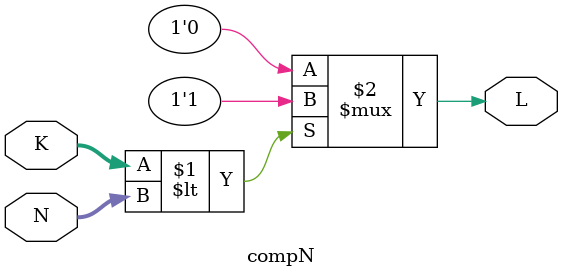
<source format=v>
module compN(input [7:0] K, N, output L);
	assign L = K<N ? 1'b1 : 1'b0;
endmodule
</source>
